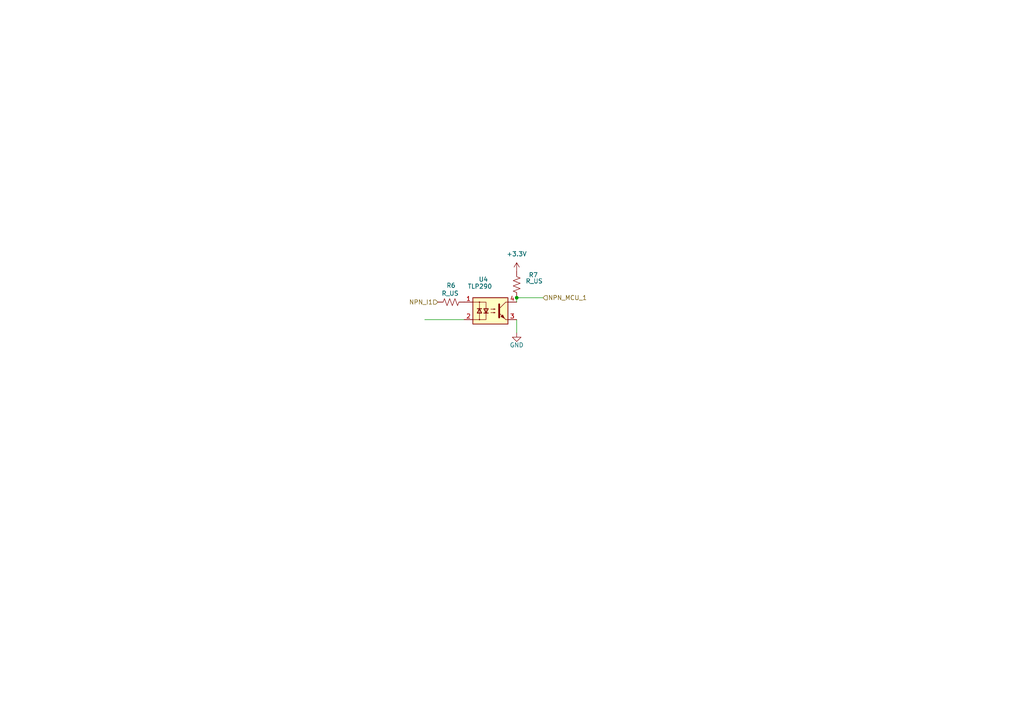
<source format=kicad_sch>
(kicad_sch (version 20250114) (generator "eeschema") (generator_version "9.0")
  (paper "A4")
  (lib_symbols
    (symbol "Device:R_US" (pin_numbers (hide yes)) (pin_names (offset 0))
      (property "Reference" "R" (at 2.54 0 90))
      (property "Value" "R_US" (at -2.54 0 90))
      (symbol "R_US_0_1"
        (polyline (pts (xy 0 2.286) (xy 0 2.54)))
        (polyline (pts (xy 0 2.286) (xy 1.016 1.905) (xy 0 1.524) (xy -1.016 1.143) (xy 0 0.762)))
        (polyline (pts (xy 0 0.762) (xy 1.016 0.381) (xy 0 0) (xy -1.016 -0.381) (xy 0 -0.762)))
        (polyline (pts (xy 0 -0.762) (xy 1.016 -1.143) (xy 0 -1.524) (xy -1.016 -1.905) (xy 0 -2.286)))
        (polyline (pts (xy 0 -2.286) (xy 0 -2.54)))
      )
      (symbol "R_US_1_1"
        (pin passive line (at 0 3.81 270) (length 1.27) (name "~") (number "1"))
        (pin passive line (at 0 -3.81 90) (length 1.27) (name "~") (number "2"))
      )
    )
    (symbol "Isolator:TLP290" (pin_names (offset 1.016))
      (property "Reference" "U" (at -5.08 5.08 0))
      (property "Value" "TLP290" (at 0 5.08 0))
      (symbol "TLP290_0_1"
        (rectangle (start -5.08 3.81) (end 5.08 -3.81) (stroke (width 0.254)) (fill (type background)))
        (polyline (pts (xy -5.08 2.54) (xy -1.27 2.54) (xy -1.27 -0.635)))
        (polyline (pts (xy -3.81 0.635) (xy -2.54 0.635)) (stroke (width 0.254)))
        (circle (center -3.175 2.54) (radius 0.127))
        (polyline (pts (xy -3.175 0.635) (xy -3.81 -0.635) (xy -2.54 -0.635) (xy -3.175 0.635)) (stroke (width 0.254)))
        (polyline (pts (xy -3.175 -0.635) (xy -3.175 2.54)))
        (polyline (pts (xy -3.175 -0.635) (xy -3.175 -2.54)))
        (circle (center -3.175 -2.54) (radius 0.127))
        (polyline (pts (xy -1.905 -0.635) (xy -0.635 -0.635)) (stroke (width 0.254)))
        (polyline (pts (xy -1.27 -0.635) (xy -1.27 -2.54) (xy -5.08 -2.54)))
        (polyline (pts (xy -1.27 -0.635) (xy -1.905 0.635) (xy -0.635 0.635) (xy -1.27 -0.635)) (stroke (width 0.254)))
        (polyline (pts (xy 0.127 0.508) (xy 1.397 0.508) (xy 1.016 0.381) (xy 1.016 0.635) (xy 1.397 0.508)))
        (polyline (pts (xy 0.127 -0.508) (xy 1.397 -0.508) (xy 1.016 -0.635) (xy 1.016 -0.381) (xy 1.397 -0.508)))
        (polyline (pts (xy 2.54 1.905) (xy 2.54 -1.905)) (stroke (width 0.508)))
        (polyline (pts (xy 2.54 0.635) (xy 4.445 2.54)))
        (polyline (pts (xy 3.048 -1.651) (xy 3.556 -1.143) (xy 4.064 -2.159) (xy 3.048 -1.651)) (fill (type outline)))
        (polyline (pts (xy 4.445 2.54) (xy 5.08 2.54)))
        (polyline (pts (xy 4.445 -2.54) (xy 2.54 -0.635)) (fill (type outline)))
        (polyline (pts (xy 4.445 -2.54) (xy 5.08 -2.54)))
      )
      (symbol "TLP290_1_1"
        (pin passive line (at -7.62 2.54 0) (length 2.54) (name "~") (number "1"))
        (pin passive line (at -7.62 -2.54 0) (length 2.54) (name "~") (number "2"))
        (pin passive line (at 7.62 2.54 180) (length 2.54) (name "~") (number "4"))
        (pin passive line (at 7.62 -2.54 180) (length 2.54) (name "~") (number "3"))
      )
    )
    (symbol "power:+3.3V" (power) (pin_numbers (hide yes)) (pin_names (offset 0) (hide yes))
      (property "Value" "+3.3V" (at 0 3.556 0))
      (symbol "+3.3V_0_1"
        (polyline (pts (xy -0.762 1.27) (xy 0 2.54)))
        (polyline (pts (xy 0 2.54) (xy 0.762 1.27)))
        (polyline (pts (xy 0 0) (xy 0 2.54)))
      )
      (symbol "+3.3V_1_1"
        (pin power_in line (at 0 0 90) (length 0) (name "~") (number "1"))
      )
    )
    (symbol "power:GND1" (power) (pin_numbers (hide yes)) (pin_names (offset 0) (hide yes))
      (property "Value" "GND1" (at 0 -3.81 0))
      (symbol "GND1_0_1"
        (polyline (pts (xy 0 0) (xy 0 -1.27) (xy 1.27 -1.27) (xy 0 -2.54) (xy -1.27 -1.27) (xy 0 -1.27)))
      )
      (symbol "GND1_1_1"
        (pin power_in line (at 0 0 270) (length 0) (name "~") (number "1"))
      )
    )
  )
  (junction (at 149.86 86.36))
  (wire (pts (xy 123.19 92.71) (xy 134.62 92.71)))
  (wire (pts (xy 149.86 96.52) (xy 149.86 92.71)))
  (wire (pts (xy 149.86 86.36) (xy 149.86 87.63)))
  (wire (pts (xy 157.48 86.36) (xy 149.86 86.36)))
  (hierarchical_label "NPN_I1" (shape input) (at 127 87.63 180))
  (hierarchical_label "NPN_MCU_1" (shape input) (at 157.48 86.36 0))
  (symbol (lib_id "power:+3.3V") (at 149.86 78.74 0) (unit 1)
    (property "Reference" "#PWR05" (effects (hide yes)))
    (property "Value" "+3.3V" (at 149.86 73.66 0))
    (property "Description" "Power symbol creates a global label with name \"+3.3V\"" (effects (hide yes)))
    (instances (project "(PLC4uni)" (path "" (reference "#PWR016") (unit 1)) (path "" (reference "#PWR020") (unit 1)) (path "" (reference "#PWR018") (unit 1)) (path "" (reference "#PWR05") (unit 1))))
  )
  (symbol (lib_id "Isolator:TLP290") (at 142.24 90.17 0) (unit 1)
    (property "Reference" "U3" (at 140.208 81.026 0))
    (property "Value" "TLP290" (at 139.192 83.058 0))
    (property "Footprint" "Package_SO:SOP-4_4.4x2.6mm_P1.27mm" (effects (hide yes)))
    (property "Datasheet" "https://toshiba.semicon-storage.com/info/docget.jsp?did=12882&prodName=TLP290" (effects (hide yes)))
    (property "Description" "AC/DC Phototransistor Optocoupler, Vce 80V, CTR 50-600%, not recommended for new designs, SOP4" (effects (hide yes)))
    (instances (project "(PLC4uni)" (path "" (reference "U4") (unit 1)) (path "" (reference "U6") (unit 1)) (path "" (reference "U5") (unit 1)) (path "" (reference "U3") (unit 1))))
  )
  (symbol (lib_id "Device:R_US") (at 130.81 87.63 90) (unit 1)
    (property "Reference" "R4" (at 130.81 82.804 90))
    (property "Value" "R_US" (at 130.556 85.09 90))
    (property "Footprint" "Resistor_SMD:R_0201_0603Metric" (effects (hide yes)))
    (property "Description" "Resistor, US symbol" (effects (hide yes)))
    (instances (project "(PLC4uni)" (path "" (reference "R6") (unit 1)) (path "" (reference "R10") (unit 1)) (path "" (reference "R8") (unit 1)) (path "" (reference "R4") (unit 1))))
  )
  (symbol (lib_id "power:GND1") (at 149.86 96.52 0) (mirror y) (unit 1)
    (property "Reference" "#PWR06" (effects (hide yes)))
    (property "Value" "GND" (at 149.86 100.076 0))
    (property "Description" "Power symbol creates a global label with name \"GND1\" , ground" (effects (hide yes)))
    (instances (project "(PLC4uni)" (path "" (reference "#PWR017") (unit 1)) (path "" (reference "#PWR021") (unit 1)) (path "" (reference "#PWR019") (unit 1)) (path "" (reference "#PWR06") (unit 1))))
  )
  (symbol (lib_id "Device:R_US") (at 149.86 82.55 0) (unit 1)
    (property "Reference" "R5" (at 154.686 79.756 0))
    (property "Value" "R_US" (at 154.94 81.534 0))
    (property "Footprint" "Resistor_SMD:R_0201_0603Metric" (effects (hide yes)))
    (property "Description" "Resistor, US symbol" (effects (hide yes)))
    (instances (project "(PLC4uni)" (path "" (reference "R7") (unit 1)) (path "" (reference "R11") (unit 1)) (path "" (reference "R9") (unit 1)) (path "" (reference "R5") (unit 1))))
  )
)
</source>
